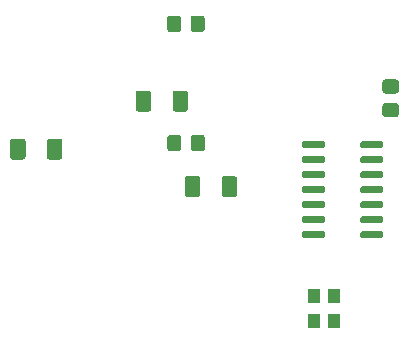
<source format=gbr>
%TF.GenerationSoftware,KiCad,Pcbnew,(5.1.8-0-10_14)*%
%TF.CreationDate,2022-02-24T11:49:15-06:00*%
%TF.ProjectId,SAQ_KiCad_one,5341515f-4b69-4436-9164-5f6f6e652e6b,rev?*%
%TF.SameCoordinates,Original*%
%TF.FileFunction,Paste,Bot*%
%TF.FilePolarity,Positive*%
%FSLAX46Y46*%
G04 Gerber Fmt 4.6, Leading zero omitted, Abs format (unit mm)*
G04 Created by KiCad (PCBNEW (5.1.8-0-10_14)) date 2022-02-24 11:49:15*
%MOMM*%
%LPD*%
G01*
G04 APERTURE LIST*
%ADD10R,1.100000X1.300000*%
G04 APERTURE END LIST*
%TO.C,U5*%
G36*
G01*
X166409500Y-40218500D02*
X166409500Y-39918500D01*
G75*
G02*
X166559500Y-39768500I150000J0D01*
G01*
X168209500Y-39768500D01*
G75*
G02*
X168359500Y-39918500I0J-150000D01*
G01*
X168359500Y-40218500D01*
G75*
G02*
X168209500Y-40368500I-150000J0D01*
G01*
X166559500Y-40368500D01*
G75*
G02*
X166409500Y-40218500I0J150000D01*
G01*
G37*
G36*
G01*
X166409500Y-38948500D02*
X166409500Y-38648500D01*
G75*
G02*
X166559500Y-38498500I150000J0D01*
G01*
X168209500Y-38498500D01*
G75*
G02*
X168359500Y-38648500I0J-150000D01*
G01*
X168359500Y-38948500D01*
G75*
G02*
X168209500Y-39098500I-150000J0D01*
G01*
X166559500Y-39098500D01*
G75*
G02*
X166409500Y-38948500I0J150000D01*
G01*
G37*
G36*
G01*
X166409500Y-37678500D02*
X166409500Y-37378500D01*
G75*
G02*
X166559500Y-37228500I150000J0D01*
G01*
X168209500Y-37228500D01*
G75*
G02*
X168359500Y-37378500I0J-150000D01*
G01*
X168359500Y-37678500D01*
G75*
G02*
X168209500Y-37828500I-150000J0D01*
G01*
X166559500Y-37828500D01*
G75*
G02*
X166409500Y-37678500I0J150000D01*
G01*
G37*
G36*
G01*
X166409500Y-36408500D02*
X166409500Y-36108500D01*
G75*
G02*
X166559500Y-35958500I150000J0D01*
G01*
X168209500Y-35958500D01*
G75*
G02*
X168359500Y-36108500I0J-150000D01*
G01*
X168359500Y-36408500D01*
G75*
G02*
X168209500Y-36558500I-150000J0D01*
G01*
X166559500Y-36558500D01*
G75*
G02*
X166409500Y-36408500I0J150000D01*
G01*
G37*
G36*
G01*
X166409500Y-35138500D02*
X166409500Y-34838500D01*
G75*
G02*
X166559500Y-34688500I150000J0D01*
G01*
X168209500Y-34688500D01*
G75*
G02*
X168359500Y-34838500I0J-150000D01*
G01*
X168359500Y-35138500D01*
G75*
G02*
X168209500Y-35288500I-150000J0D01*
G01*
X166559500Y-35288500D01*
G75*
G02*
X166409500Y-35138500I0J150000D01*
G01*
G37*
G36*
G01*
X166409500Y-33868500D02*
X166409500Y-33568500D01*
G75*
G02*
X166559500Y-33418500I150000J0D01*
G01*
X168209500Y-33418500D01*
G75*
G02*
X168359500Y-33568500I0J-150000D01*
G01*
X168359500Y-33868500D01*
G75*
G02*
X168209500Y-34018500I-150000J0D01*
G01*
X166559500Y-34018500D01*
G75*
G02*
X166409500Y-33868500I0J150000D01*
G01*
G37*
G36*
G01*
X166409500Y-32598500D02*
X166409500Y-32298500D01*
G75*
G02*
X166559500Y-32148500I150000J0D01*
G01*
X168209500Y-32148500D01*
G75*
G02*
X168359500Y-32298500I0J-150000D01*
G01*
X168359500Y-32598500D01*
G75*
G02*
X168209500Y-32748500I-150000J0D01*
G01*
X166559500Y-32748500D01*
G75*
G02*
X166409500Y-32598500I0J150000D01*
G01*
G37*
G36*
G01*
X161459500Y-32598500D02*
X161459500Y-32298500D01*
G75*
G02*
X161609500Y-32148500I150000J0D01*
G01*
X163259500Y-32148500D01*
G75*
G02*
X163409500Y-32298500I0J-150000D01*
G01*
X163409500Y-32598500D01*
G75*
G02*
X163259500Y-32748500I-150000J0D01*
G01*
X161609500Y-32748500D01*
G75*
G02*
X161459500Y-32598500I0J150000D01*
G01*
G37*
G36*
G01*
X161459500Y-33868500D02*
X161459500Y-33568500D01*
G75*
G02*
X161609500Y-33418500I150000J0D01*
G01*
X163259500Y-33418500D01*
G75*
G02*
X163409500Y-33568500I0J-150000D01*
G01*
X163409500Y-33868500D01*
G75*
G02*
X163259500Y-34018500I-150000J0D01*
G01*
X161609500Y-34018500D01*
G75*
G02*
X161459500Y-33868500I0J150000D01*
G01*
G37*
G36*
G01*
X161459500Y-35138500D02*
X161459500Y-34838500D01*
G75*
G02*
X161609500Y-34688500I150000J0D01*
G01*
X163259500Y-34688500D01*
G75*
G02*
X163409500Y-34838500I0J-150000D01*
G01*
X163409500Y-35138500D01*
G75*
G02*
X163259500Y-35288500I-150000J0D01*
G01*
X161609500Y-35288500D01*
G75*
G02*
X161459500Y-35138500I0J150000D01*
G01*
G37*
G36*
G01*
X161459500Y-36408500D02*
X161459500Y-36108500D01*
G75*
G02*
X161609500Y-35958500I150000J0D01*
G01*
X163259500Y-35958500D01*
G75*
G02*
X163409500Y-36108500I0J-150000D01*
G01*
X163409500Y-36408500D01*
G75*
G02*
X163259500Y-36558500I-150000J0D01*
G01*
X161609500Y-36558500D01*
G75*
G02*
X161459500Y-36408500I0J150000D01*
G01*
G37*
G36*
G01*
X161459500Y-37678500D02*
X161459500Y-37378500D01*
G75*
G02*
X161609500Y-37228500I150000J0D01*
G01*
X163259500Y-37228500D01*
G75*
G02*
X163409500Y-37378500I0J-150000D01*
G01*
X163409500Y-37678500D01*
G75*
G02*
X163259500Y-37828500I-150000J0D01*
G01*
X161609500Y-37828500D01*
G75*
G02*
X161459500Y-37678500I0J150000D01*
G01*
G37*
G36*
G01*
X161459500Y-38948500D02*
X161459500Y-38648500D01*
G75*
G02*
X161609500Y-38498500I150000J0D01*
G01*
X163259500Y-38498500D01*
G75*
G02*
X163409500Y-38648500I0J-150000D01*
G01*
X163409500Y-38948500D01*
G75*
G02*
X163259500Y-39098500I-150000J0D01*
G01*
X161609500Y-39098500D01*
G75*
G02*
X161459500Y-38948500I0J150000D01*
G01*
G37*
G36*
G01*
X161459500Y-40218500D02*
X161459500Y-39918500D01*
G75*
G02*
X161609500Y-39768500I150000J0D01*
G01*
X163259500Y-39768500D01*
G75*
G02*
X163409500Y-39918500I0J-150000D01*
G01*
X163409500Y-40218500D01*
G75*
G02*
X163259500Y-40368500I-150000J0D01*
G01*
X161609500Y-40368500D01*
G75*
G02*
X161459500Y-40218500I0J150000D01*
G01*
G37*
%TD*%
%TO.C,C13*%
G36*
G01*
X138063000Y-32179497D02*
X138063000Y-33479503D01*
G75*
G02*
X137813003Y-33729500I-249997J0D01*
G01*
X136987997Y-33729500D01*
G75*
G02*
X136738000Y-33479503I0J249997D01*
G01*
X136738000Y-32179497D01*
G75*
G02*
X136987997Y-31929500I249997J0D01*
G01*
X137813003Y-31929500D01*
G75*
G02*
X138063000Y-32179497I0J-249997D01*
G01*
G37*
G36*
G01*
X141188000Y-32179497D02*
X141188000Y-33479503D01*
G75*
G02*
X140938003Y-33729500I-249997J0D01*
G01*
X140112997Y-33729500D01*
G75*
G02*
X139863000Y-33479503I0J249997D01*
G01*
X139863000Y-32179497D01*
G75*
G02*
X140112997Y-31929500I249997J0D01*
G01*
X140938003Y-31929500D01*
G75*
G02*
X141188000Y-32179497I0J-249997D01*
G01*
G37*
%TD*%
%TO.C,C18*%
G36*
G01*
X150506000Y-29415503D02*
X150506000Y-28115497D01*
G75*
G02*
X150755997Y-27865500I249997J0D01*
G01*
X151581003Y-27865500D01*
G75*
G02*
X151831000Y-28115497I0J-249997D01*
G01*
X151831000Y-29415503D01*
G75*
G02*
X151581003Y-29665500I-249997J0D01*
G01*
X150755997Y-29665500D01*
G75*
G02*
X150506000Y-29415503I0J249997D01*
G01*
G37*
G36*
G01*
X147381000Y-29415503D02*
X147381000Y-28115497D01*
G75*
G02*
X147630997Y-27865500I249997J0D01*
G01*
X148456003Y-27865500D01*
G75*
G02*
X148706000Y-28115497I0J-249997D01*
G01*
X148706000Y-29415503D01*
G75*
G02*
X148456003Y-29665500I-249997J0D01*
G01*
X147630997Y-29665500D01*
G75*
G02*
X147381000Y-29415503I0J249997D01*
G01*
G37*
%TD*%
D10*
%TO.C,X1*%
X164147000Y-47405000D03*
X164147000Y-45305000D03*
X162497000Y-45305000D03*
X162497000Y-47405000D03*
%TD*%
%TO.C,R18*%
G36*
G01*
X169423501Y-28127500D02*
X168523499Y-28127500D01*
G75*
G02*
X168273500Y-27877501I0J249999D01*
G01*
X168273500Y-27177499D01*
G75*
G02*
X168523499Y-26927500I249999J0D01*
G01*
X169423501Y-26927500D01*
G75*
G02*
X169673500Y-27177499I0J-249999D01*
G01*
X169673500Y-27877501D01*
G75*
G02*
X169423501Y-28127500I-249999J0D01*
G01*
G37*
G36*
G01*
X169423501Y-30127500D02*
X168523499Y-30127500D01*
G75*
G02*
X168273500Y-29877501I0J249999D01*
G01*
X168273500Y-29177499D01*
G75*
G02*
X168523499Y-28927500I249999J0D01*
G01*
X169423501Y-28927500D01*
G75*
G02*
X169673500Y-29177499I0J-249999D01*
G01*
X169673500Y-29877501D01*
G75*
G02*
X169423501Y-30127500I-249999J0D01*
G01*
G37*
%TD*%
%TO.C,R17*%
G36*
G01*
X152054000Y-32771501D02*
X152054000Y-31871499D01*
G75*
G02*
X152303999Y-31621500I249999J0D01*
G01*
X153004001Y-31621500D01*
G75*
G02*
X153254000Y-31871499I0J-249999D01*
G01*
X153254000Y-32771501D01*
G75*
G02*
X153004001Y-33021500I-249999J0D01*
G01*
X152303999Y-33021500D01*
G75*
G02*
X152054000Y-32771501I0J249999D01*
G01*
G37*
G36*
G01*
X150054000Y-32771501D02*
X150054000Y-31871499D01*
G75*
G02*
X150303999Y-31621500I249999J0D01*
G01*
X151004001Y-31621500D01*
G75*
G02*
X151254000Y-31871499I0J-249999D01*
G01*
X151254000Y-32771501D01*
G75*
G02*
X151004001Y-33021500I-249999J0D01*
G01*
X150303999Y-33021500D01*
G75*
G02*
X150054000Y-32771501I0J249999D01*
G01*
G37*
%TD*%
%TO.C,R15*%
G36*
G01*
X152038000Y-22675001D02*
X152038000Y-21774999D01*
G75*
G02*
X152287999Y-21525000I249999J0D01*
G01*
X152988001Y-21525000D01*
G75*
G02*
X153238000Y-21774999I0J-249999D01*
G01*
X153238000Y-22675001D01*
G75*
G02*
X152988001Y-22925000I-249999J0D01*
G01*
X152287999Y-22925000D01*
G75*
G02*
X152038000Y-22675001I0J249999D01*
G01*
G37*
G36*
G01*
X150038000Y-22675001D02*
X150038000Y-21774999D01*
G75*
G02*
X150287999Y-21525000I249999J0D01*
G01*
X150988001Y-21525000D01*
G75*
G02*
X151238000Y-21774999I0J-249999D01*
G01*
X151238000Y-22675001D01*
G75*
G02*
X150988001Y-22925000I-249999J0D01*
G01*
X150287999Y-22925000D01*
G75*
G02*
X150038000Y-22675001I0J249999D01*
G01*
G37*
%TD*%
%TO.C,C8*%
G36*
G01*
X152858500Y-35354497D02*
X152858500Y-36654503D01*
G75*
G02*
X152608503Y-36904500I-249997J0D01*
G01*
X151783497Y-36904500D01*
G75*
G02*
X151533500Y-36654503I0J249997D01*
G01*
X151533500Y-35354497D01*
G75*
G02*
X151783497Y-35104500I249997J0D01*
G01*
X152608503Y-35104500D01*
G75*
G02*
X152858500Y-35354497I0J-249997D01*
G01*
G37*
G36*
G01*
X155983500Y-35354497D02*
X155983500Y-36654503D01*
G75*
G02*
X155733503Y-36904500I-249997J0D01*
G01*
X154908497Y-36904500D01*
G75*
G02*
X154658500Y-36654503I0J249997D01*
G01*
X154658500Y-35354497D01*
G75*
G02*
X154908497Y-35104500I249997J0D01*
G01*
X155733503Y-35104500D01*
G75*
G02*
X155983500Y-35354497I0J-249997D01*
G01*
G37*
%TD*%
M02*

</source>
